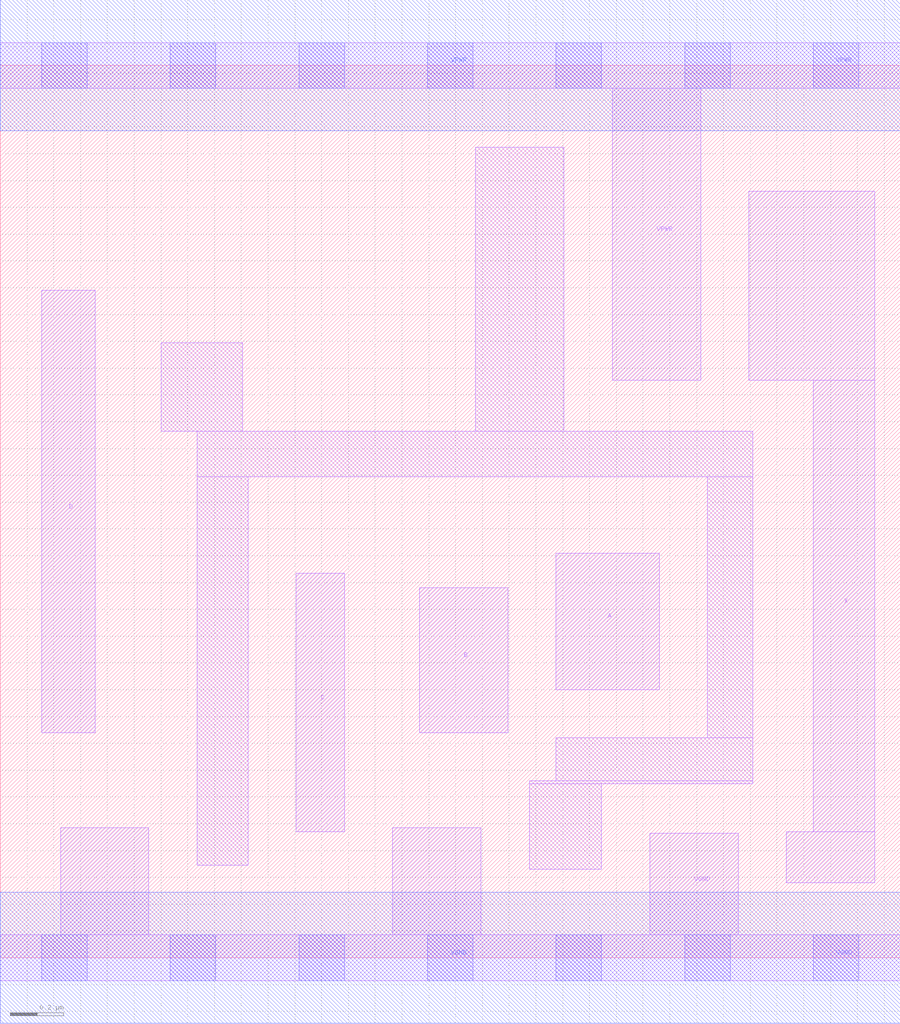
<source format=lef>
# Copyright 2020 The SkyWater PDK Authors
#
# Licensed under the Apache License, Version 2.0 (the "License");
# you may not use this file except in compliance with the License.
# You may obtain a copy of the License at
#
#     https://www.apache.org/licenses/LICENSE-2.0
#
# Unless required by applicable law or agreed to in writing, software
# distributed under the License is distributed on an "AS IS" BASIS,
# WITHOUT WARRANTIES OR CONDITIONS OF ANY KIND, either express or implied.
# See the License for the specific language governing permissions and
# limitations under the License.
#
# SPDX-License-Identifier: Apache-2.0

VERSION 5.7 ;
  NAMESCASESENSITIVE ON ;
  NOWIREEXTENSIONATPIN ON ;
  DIVIDERCHAR "/" ;
  BUSBITCHARS "[]" ;
UNITS
  DATABASE MICRONS 200 ;
END UNITS
MACRO sky130_fd_sc_lp__or4_m
  CLASS CORE ;
  SOURCE USER ;
  FOREIGN sky130_fd_sc_lp__or4_m ;
  ORIGIN  0.000000  0.000000 ;
  SIZE  3.360000 BY  3.330000 ;
  SYMMETRY X Y R90 ;
  SITE unit ;
  PIN A
    ANTENNAGATEAREA  0.126000 ;
    DIRECTION INPUT ;
    USE SIGNAL ;
    PORT
      LAYER li1 ;
        RECT 2.075000 1.000000 2.460000 1.510000 ;
    END
  END A
  PIN B
    ANTENNAGATEAREA  0.126000 ;
    DIRECTION INPUT ;
    USE SIGNAL ;
    PORT
      LAYER li1 ;
        RECT 1.565000 0.840000 1.895000 1.380000 ;
    END
  END B
  PIN C
    ANTENNAGATEAREA  0.126000 ;
    DIRECTION INPUT ;
    USE SIGNAL ;
    PORT
      LAYER li1 ;
        RECT 1.105000 0.470000 1.285000 1.435000 ;
    END
  END C
  PIN D
    ANTENNAGATEAREA  0.126000 ;
    DIRECTION INPUT ;
    USE SIGNAL ;
    PORT
      LAYER li1 ;
        RECT 0.155000 0.840000 0.355000 2.490000 ;
    END
  END D
  PIN X
    ANTENNADIFFAREA  0.222600 ;
    DIRECTION OUTPUT ;
    USE SIGNAL ;
    PORT
      LAYER li1 ;
        RECT 2.795000 2.155000 3.265000 2.860000 ;
        RECT 2.935000 0.280000 3.265000 0.470000 ;
        RECT 3.035000 0.470000 3.265000 2.155000 ;
    END
  END X
  PIN VGND
    DIRECTION INOUT ;
    USE GROUND ;
    PORT
      LAYER li1 ;
        RECT 0.000000 -0.085000 3.360000 0.085000 ;
        RECT 0.225000  0.085000 0.555000 0.485000 ;
        RECT 1.465000  0.085000 1.795000 0.485000 ;
        RECT 2.425000  0.085000 2.755000 0.465000 ;
      LAYER mcon ;
        RECT 0.155000 -0.085000 0.325000 0.085000 ;
        RECT 0.635000 -0.085000 0.805000 0.085000 ;
        RECT 1.115000 -0.085000 1.285000 0.085000 ;
        RECT 1.595000 -0.085000 1.765000 0.085000 ;
        RECT 2.075000 -0.085000 2.245000 0.085000 ;
        RECT 2.555000 -0.085000 2.725000 0.085000 ;
        RECT 3.035000 -0.085000 3.205000 0.085000 ;
      LAYER met1 ;
        RECT 0.000000 -0.245000 3.360000 0.245000 ;
    END
  END VGND
  PIN VPWR
    DIRECTION INOUT ;
    USE POWER ;
    PORT
      LAYER li1 ;
        RECT 0.000000 3.245000 3.360000 3.415000 ;
        RECT 2.285000 2.155000 2.615000 3.245000 ;
      LAYER mcon ;
        RECT 0.155000 3.245000 0.325000 3.415000 ;
        RECT 0.635000 3.245000 0.805000 3.415000 ;
        RECT 1.115000 3.245000 1.285000 3.415000 ;
        RECT 1.595000 3.245000 1.765000 3.415000 ;
        RECT 2.075000 3.245000 2.245000 3.415000 ;
        RECT 2.555000 3.245000 2.725000 3.415000 ;
        RECT 3.035000 3.245000 3.205000 3.415000 ;
      LAYER met1 ;
        RECT 0.000000 3.085000 3.360000 3.575000 ;
    END
  END VPWR
  OBS
    LAYER li1 ;
      RECT 0.600000 1.965000 0.905000 2.295000 ;
      RECT 0.735000 0.345000 0.925000 1.795000 ;
      RECT 0.735000 1.795000 2.810000 1.965000 ;
      RECT 1.775000 1.965000 2.105000 3.025000 ;
      RECT 1.975000 0.330000 2.245000 0.650000 ;
      RECT 1.975000 0.650000 2.810000 0.660000 ;
      RECT 2.075000 0.660000 2.810000 0.820000 ;
      RECT 2.640000 0.820000 2.810000 1.795000 ;
  END
END sky130_fd_sc_lp__or4_m

</source>
